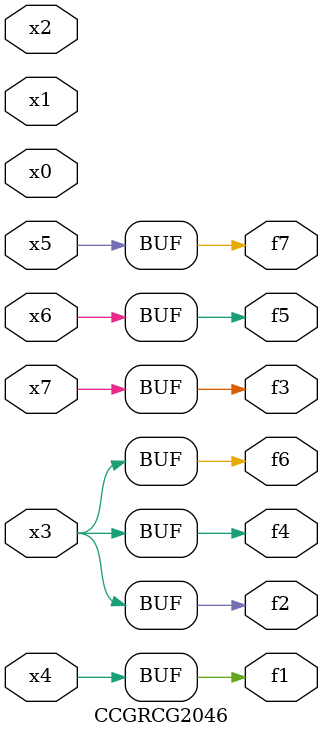
<source format=v>
module CCGRCG2046(
	input x0, x1, x2, x3, x4, x5, x6, x7,
	output f1, f2, f3, f4, f5, f6, f7
);
	assign f1 = x4;
	assign f2 = x3;
	assign f3 = x7;
	assign f4 = x3;
	assign f5 = x6;
	assign f6 = x3;
	assign f7 = x5;
endmodule

</source>
